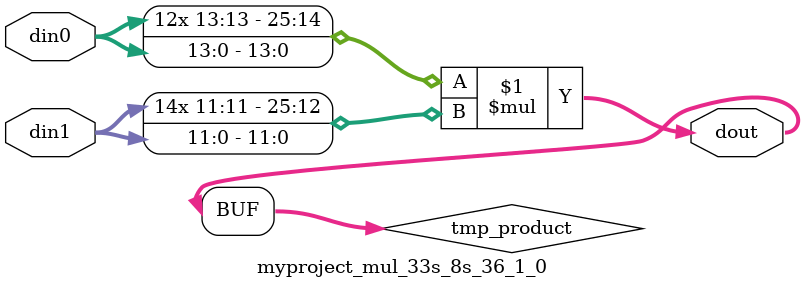
<source format=v>

`timescale 1 ns / 1 ps

  module myproject_mul_33s_8s_36_1_0(din0, din1, dout);
parameter ID = 1;
parameter NUM_STAGE = 0;
parameter din0_WIDTH = 14;
parameter din1_WIDTH = 12;
parameter dout_WIDTH = 26;

input [din0_WIDTH - 1 : 0] din0; 
input [din1_WIDTH - 1 : 0] din1; 
output [dout_WIDTH - 1 : 0] dout;

wire signed [dout_WIDTH - 1 : 0] tmp_product;













assign tmp_product = $signed(din0) * $signed(din1);








assign dout = tmp_product;







endmodule

</source>
